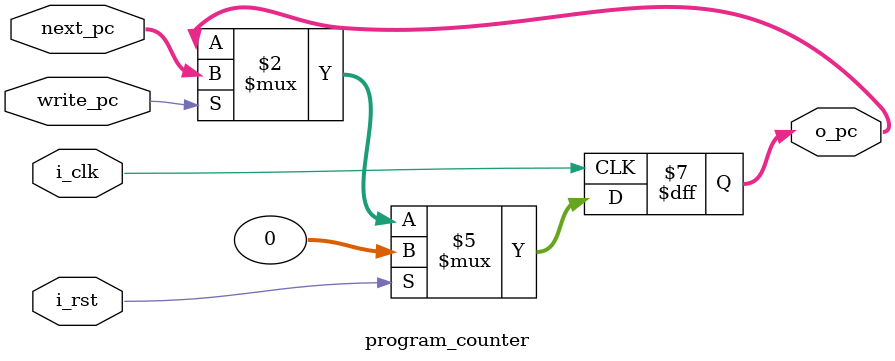
<source format=v>
`timescale 1ns / 1ps

module program_counter  #(
    parameter       MSB     =   32
)
(
    input   wire    i_clk   ,   i_rst   ,
    input   wire    [MSB-1:0]   next_pc ,   //  Entrada de la nueva instruccion
    input   wire                write_pc,   //  Entrada que actualiza el registro en este ciclo
    output  reg     [MSB-1:0]   o_pc        //  Salida
);

always  @(posedge i_clk)
    begin
        if  (i_rst)
        begin
            o_pc        <=      32'b0   ;
        end
        else if (write_pc)
            o_pc        <=      next_pc ;
    end

endmodule
</source>
